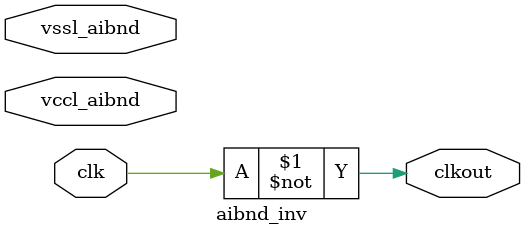
<source format=v>


// Library - aibnd_lib, Cell - aibnd_inv, View - schematic
// LAST TIME SAVED: Apr 22 17:45:05 2015
// NETLIST TIME: May 11 08:38:23 2015
// `timescale 1ps/1ps

module aibnd_inv ( clkout, clk, vccl_aibnd, vssl_aibnd );

output  clkout;

input  clk, vccl_aibnd, vssl_aibnd;

// List of primary aliased buses

/*
specify 
    specparam CDS_LIBNAME  = "aibnd_lib";
    specparam CDS_CELLNAME = "aibnd_inv";
    specparam CDS_VIEWNAME = "schematic";
endspecify
*/

assign clkout = ~clk ; 

endmodule


// End HDL models


</source>
